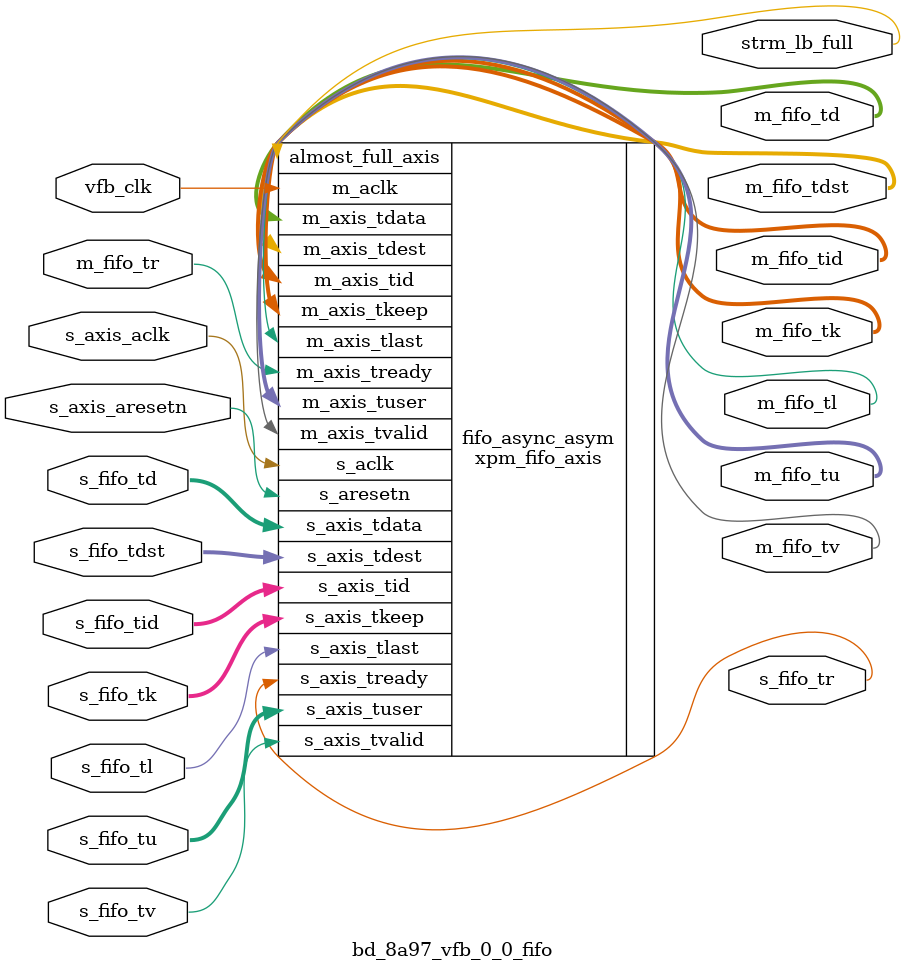
<source format=v>
`timescale 1ps/1ps
module bd_8a97_vfb_0_0_fifo (
  input            s_axis_aclk    ,

  input         s_axis_aresetn ,
  input            vfb_clk        ,
  output    s_fifo_tr      ,
  input     s_fifo_tv      ,
  input      [64-1:0]  s_fifo_td      ,
  input [31:0]     s_fifo_tid    ,   
  input      [24-1:0]  s_fifo_tu      ,
  input      [31:0] s_fifo_tdst      ,
  input      [8-1:0] s_fifo_tk      ,
  input      s_fifo_tl      ,
  input     m_fifo_tr      ,
  output     m_fifo_tv      ,
  output   [64-1:0]   m_fifo_td      ,
  output [31:0]     m_fifo_tid    ,   
  output[ 31:0]     m_fifo_tdst    ,   
  output   [24-1:0]  m_fifo_tu      ,
  output    [8-1:0] m_fifo_tk      ,
  output      m_fifo_tl      ,
  output  strm_lb_full   
);

xpm_fifo_axis#(
      .CLOCKING_MODE("independent_clock"), // String
      .ECC_MODE("no_ecc"),            // String
      .FIFO_DEPTH(4096),              // DECIMAL
      .FIFO_MEMORY_TYPE("block"),      // String
      .PACKET_FIFO("false"),          // String
      .PROG_EMPTY_THRESH(10),         // DECIMAL
      .PROG_FULL_THRESH(4091),          // DECIMAL
      .RD_DATA_COUNT_WIDTH(1),        // DECIMAL
      .RELATED_CLOCKS(0),             // DECIMAL
      .SIM_ASSERT_CHK(0),             // DECIMAL; 0=disable simulation messages, 1=enable simulation messages
      .TDATA_WIDTH(64),               // DECIMAL
      .TDEST_WIDTH(32),                // DECIMAL
      .TID_WIDTH(32),                  // DECIMAL
      .TUSER_WIDTH(24),                // DECIMAL
      .USE_ADV_FEATURES("1008"),      // String
      .WR_DATA_COUNT_WIDTH(1)         // DECIMAL
 ) fifo_async_asym(
  .s_aclk            (s_axis_aclk    ),
  .s_aresetn         (s_axis_aresetn ),
  .m_aclk            (vfb_clk        ),
  .s_axis_tready     (s_fifo_tr      ),
  .s_axis_tvalid     (s_fifo_tv      ),
  .s_axis_tdata      (s_fifo_td      ),
  .s_axis_tid      ( s_fifo_tid      ),
  .s_axis_tuser      (s_fifo_tu      ),
  .s_axis_tdest      (s_fifo_tdst      ),
  .s_axis_tkeep      (s_fifo_tk      ),
  .s_axis_tlast      (s_fifo_tl      ),
  .m_axis_tready     (m_fifo_tr      ),
  .m_axis_tvalid     (m_fifo_tv      ),
  .m_axis_tdata      (m_fifo_td      ),
  .m_axis_tid        (m_fifo_tid      ),
  .m_axis_tdest      (m_fifo_tdst     ),
  .m_axis_tuser      (m_fifo_tu      ),
  .m_axis_tkeep      (m_fifo_tk      ),
  .m_axis_tlast      (m_fifo_tl      ),
  .almost_full_axis  (strm_lb_full   )
);
endmodule

</source>
